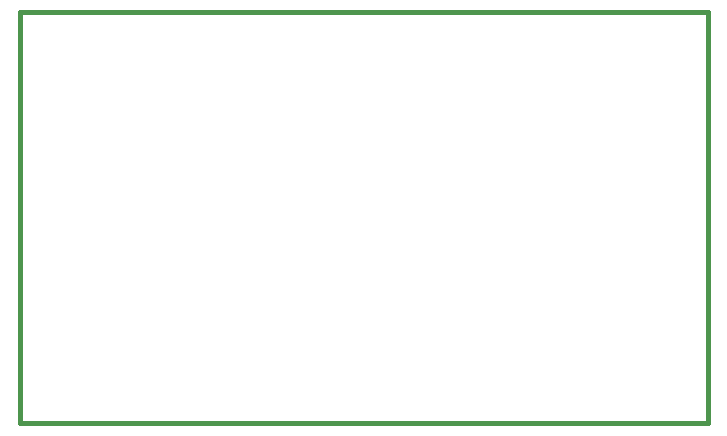
<source format=gbr>
G04 (created by PCBNEW (2012-nov-02)-testing) date Wed 06 Feb 2013 11:23:47 PM EST*
%MOIN*%
G04 Gerber Fmt 3.4, Leading zero omitted, Abs format*
%FSLAX34Y34*%
G01*
G70*
G90*
G04 APERTURE LIST*
%ADD10C,2.3622e-06*%
%ADD11C,0.015*%
G04 APERTURE END LIST*
G54D10*
G54D11*
X93850Y-75150D02*
X93800Y-75150D01*
X93850Y-61450D02*
X93850Y-75150D01*
X70900Y-61450D02*
X93850Y-61450D01*
X70900Y-75150D02*
X70900Y-61450D01*
X93800Y-75150D02*
X70900Y-75150D01*
M02*

</source>
